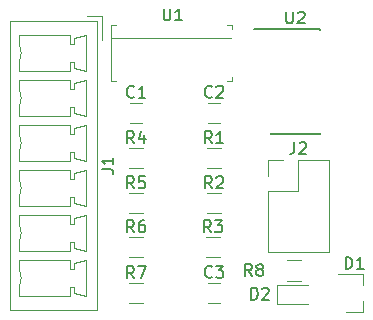
<source format=gbr>
G04 #@! TF.GenerationSoftware,KiCad,Pcbnew,(5.0.0)*
G04 #@! TF.CreationDate,2018-08-07T11:47:38-05:00*
G04 #@! TF.ProjectId,volvo240pcb,766F6C766F3234307063622E6B696361,rev?*
G04 #@! TF.SameCoordinates,Original*
G04 #@! TF.FileFunction,Legend,Top*
G04 #@! TF.FilePolarity,Positive*
%FSLAX46Y46*%
G04 Gerber Fmt 4.6, Leading zero omitted, Abs format (unit mm)*
G04 Created by KiCad (PCBNEW (5.0.0)) date 08/07/18 11:47:38*
%MOMM*%
%LPD*%
G01*
G04 APERTURE LIST*
%ADD10C,0.120000*%
%ADD11C,0.150000*%
%ADD12C,0.100000*%
G04 APERTURE END LIST*
D10*
G04 #@! TO.C,C1*
X96020000Y-74510000D02*
X97020000Y-74510000D01*
X97020000Y-72810000D02*
X96020000Y-72810000D01*
G04 #@! TO.C,C2*
X103615000Y-72810000D02*
X102615000Y-72810000D01*
X102615000Y-74510000D02*
X103615000Y-74510000D01*
G04 #@! TO.C,C3*
X102615000Y-89750000D02*
X103615000Y-89750000D01*
X103615000Y-88050000D02*
X102615000Y-88050000D01*
G04 #@! TO.C,D2*
X108450000Y-88200000D02*
X111050000Y-88200000D01*
X108450000Y-89800000D02*
X111050000Y-89800000D01*
X108450000Y-88200000D02*
X108450000Y-89800000D01*
G04 #@! TO.C,R2*
X103715000Y-82160000D02*
X102515000Y-82160000D01*
X102515000Y-80400000D02*
X103715000Y-80400000D01*
G04 #@! TO.C,R1*
X102515000Y-76590000D02*
X103715000Y-76590000D01*
X103715000Y-78350000D02*
X102515000Y-78350000D01*
G04 #@! TO.C,R3*
X103625000Y-85880000D02*
X102425000Y-85880000D01*
X102425000Y-84120000D02*
X103625000Y-84120000D01*
G04 #@! TO.C,R4*
X95920000Y-76590000D02*
X97120000Y-76590000D01*
X97120000Y-78350000D02*
X95920000Y-78350000D01*
G04 #@! TO.C,R5*
X97120000Y-82160000D02*
X95920000Y-82160000D01*
X95920000Y-80400000D02*
X97120000Y-80400000D01*
G04 #@! TO.C,R6*
X95920000Y-84120000D02*
X97120000Y-84120000D01*
X97120000Y-85880000D02*
X95920000Y-85880000D01*
G04 #@! TO.C,R7*
X97120000Y-89780000D02*
X95920000Y-89780000D01*
X95920000Y-88020000D02*
X97120000Y-88020000D01*
G04 #@! TO.C,R8*
X109275001Y-86120000D02*
X110475001Y-86120000D01*
X110475001Y-87880000D02*
X109275001Y-87880000D01*
G04 #@! TO.C,D1*
X115760000Y-90480000D02*
X115760000Y-89550000D01*
X115760000Y-87320000D02*
X115760000Y-88250000D01*
X115760000Y-87320000D02*
X113600000Y-87320000D01*
X115760000Y-90480000D02*
X114300000Y-90480000D01*
G04 #@! TO.C,J1*
X86650155Y-69329647D02*
G75*
G03X86650000Y-67830000I-1700155J749647D01*
G01*
X86650155Y-73139647D02*
G75*
G03X86650000Y-71640000I-1700155J749647D01*
G01*
X86650155Y-76949647D02*
G75*
G03X86650000Y-75450000I-1700155J749647D01*
G01*
X86650155Y-80759647D02*
G75*
G03X86650000Y-79260000I-1700155J749647D01*
G01*
X86650155Y-84569647D02*
G75*
G03X86650000Y-83070000I-1700155J749647D01*
G01*
X86650155Y-88379647D02*
G75*
G03X86650000Y-86880000I-1700155J749647D01*
G01*
X93230000Y-65900000D02*
X85820000Y-65900000D01*
X85820000Y-65900000D02*
X85820000Y-90310000D01*
X85820000Y-90310000D02*
X93230000Y-90310000D01*
X93230000Y-90310000D02*
X93230000Y-65900000D01*
X86650000Y-67830000D02*
X86650000Y-67080000D01*
X86650000Y-67080000D02*
X90950000Y-67080000D01*
X90950000Y-67080000D02*
X90950000Y-67830000D01*
X90950000Y-67830000D02*
X91300000Y-67830000D01*
X91300000Y-67830000D02*
X91300000Y-67330000D01*
X91300000Y-67330000D02*
X92300000Y-67080000D01*
X92300000Y-67080000D02*
X92300000Y-70080000D01*
X92300000Y-70080000D02*
X91300000Y-69830000D01*
X91300000Y-69830000D02*
X91300000Y-69330000D01*
X91300000Y-69330000D02*
X90950000Y-69330000D01*
X90950000Y-69330000D02*
X90950000Y-70080000D01*
X90950000Y-70080000D02*
X86650000Y-70080000D01*
X86650000Y-70080000D02*
X86650000Y-69330000D01*
X86650000Y-71640000D02*
X86650000Y-70890000D01*
X86650000Y-70890000D02*
X90950000Y-70890000D01*
X90950000Y-70890000D02*
X90950000Y-71640000D01*
X90950000Y-71640000D02*
X91300000Y-71640000D01*
X91300000Y-71640000D02*
X91300000Y-71140000D01*
X91300000Y-71140000D02*
X92300000Y-70890000D01*
X92300000Y-70890000D02*
X92300000Y-73890000D01*
X92300000Y-73890000D02*
X91300000Y-73640000D01*
X91300000Y-73640000D02*
X91300000Y-73140000D01*
X91300000Y-73140000D02*
X90950000Y-73140000D01*
X90950000Y-73140000D02*
X90950000Y-73890000D01*
X90950000Y-73890000D02*
X86650000Y-73890000D01*
X86650000Y-73890000D02*
X86650000Y-73140000D01*
X86650000Y-75450000D02*
X86650000Y-74700000D01*
X86650000Y-74700000D02*
X90950000Y-74700000D01*
X90950000Y-74700000D02*
X90950000Y-75450000D01*
X90950000Y-75450000D02*
X91300000Y-75450000D01*
X91300000Y-75450000D02*
X91300000Y-74950000D01*
X91300000Y-74950000D02*
X92300000Y-74700000D01*
X92300000Y-74700000D02*
X92300000Y-77700000D01*
X92300000Y-77700000D02*
X91300000Y-77450000D01*
X91300000Y-77450000D02*
X91300000Y-76950000D01*
X91300000Y-76950000D02*
X90950000Y-76950000D01*
X90950000Y-76950000D02*
X90950000Y-77700000D01*
X90950000Y-77700000D02*
X86650000Y-77700000D01*
X86650000Y-77700000D02*
X86650000Y-76950000D01*
X86650000Y-79260000D02*
X86650000Y-78510000D01*
X86650000Y-78510000D02*
X90950000Y-78510000D01*
X90950000Y-78510000D02*
X90950000Y-79260000D01*
X90950000Y-79260000D02*
X91300000Y-79260000D01*
X91300000Y-79260000D02*
X91300000Y-78760000D01*
X91300000Y-78760000D02*
X92300000Y-78510000D01*
X92300000Y-78510000D02*
X92300000Y-81510000D01*
X92300000Y-81510000D02*
X91300000Y-81260000D01*
X91300000Y-81260000D02*
X91300000Y-80760000D01*
X91300000Y-80760000D02*
X90950000Y-80760000D01*
X90950000Y-80760000D02*
X90950000Y-81510000D01*
X90950000Y-81510000D02*
X86650000Y-81510000D01*
X86650000Y-81510000D02*
X86650000Y-80760000D01*
X86650000Y-83070000D02*
X86650000Y-82320000D01*
X86650000Y-82320000D02*
X90950000Y-82320000D01*
X90950000Y-82320000D02*
X90950000Y-83070000D01*
X90950000Y-83070000D02*
X91300000Y-83070000D01*
X91300000Y-83070000D02*
X91300000Y-82570000D01*
X91300000Y-82570000D02*
X92300000Y-82320000D01*
X92300000Y-82320000D02*
X92300000Y-85320000D01*
X92300000Y-85320000D02*
X91300000Y-85070000D01*
X91300000Y-85070000D02*
X91300000Y-84570000D01*
X91300000Y-84570000D02*
X90950000Y-84570000D01*
X90950000Y-84570000D02*
X90950000Y-85320000D01*
X90950000Y-85320000D02*
X86650000Y-85320000D01*
X86650000Y-85320000D02*
X86650000Y-84570000D01*
X86650000Y-86880000D02*
X86650000Y-86130000D01*
X86650000Y-86130000D02*
X90950000Y-86130000D01*
X90950000Y-86130000D02*
X90950000Y-86880000D01*
X90950000Y-86880000D02*
X91300000Y-86880000D01*
X91300000Y-86880000D02*
X91300000Y-86380000D01*
X91300000Y-86380000D02*
X92300000Y-86130000D01*
X92300000Y-86130000D02*
X92300000Y-89130000D01*
X92300000Y-89130000D02*
X91300000Y-88880000D01*
X91300000Y-88880000D02*
X91300000Y-88380000D01*
X91300000Y-88380000D02*
X90950000Y-88380000D01*
X90950000Y-88380000D02*
X90950000Y-89130000D01*
X90950000Y-89130000D02*
X86650000Y-89130000D01*
X86650000Y-89130000D02*
X86650000Y-88380000D01*
X92400000Y-65480000D02*
X93650000Y-65480000D01*
X93650000Y-65480000D02*
X93650000Y-67480000D01*
D11*
G04 #@! TO.C,U2*
X107925000Y-66550000D02*
X107925000Y-66575000D01*
X112075000Y-66550000D02*
X112075000Y-66665000D01*
X112075000Y-75450000D02*
X112075000Y-75335000D01*
X107925000Y-75450000D02*
X107925000Y-75335000D01*
X107925000Y-66550000D02*
X112075000Y-66550000D01*
X107925000Y-75450000D02*
X112075000Y-75450000D01*
X107925000Y-66575000D02*
X106550000Y-66575000D01*
D10*
G04 #@! TO.C,J2*
X107670000Y-85410000D02*
X112870000Y-85410000D01*
X107670000Y-80270000D02*
X107670000Y-85410000D01*
X112870000Y-77670000D02*
X112870000Y-85410000D01*
X107670000Y-80270000D02*
X110270000Y-80270000D01*
X110270000Y-80270000D02*
X110270000Y-77670000D01*
X110270000Y-77670000D02*
X112870000Y-77670000D01*
X107670000Y-79000000D02*
X107670000Y-77670000D01*
X107670000Y-77670000D02*
X109000000Y-77670000D01*
D12*
G04 #@! TO.C,U1*
X94440000Y-67290000D02*
X104540000Y-67290000D01*
X104640000Y-70980000D02*
X104640000Y-70580000D01*
X104640000Y-70980000D02*
X104240000Y-70980000D01*
X94440000Y-70980000D02*
X94440000Y-66580000D01*
X94440000Y-70980000D02*
X94840000Y-70980000D01*
X94440000Y-66180000D02*
X94440000Y-66580000D01*
X94440000Y-66180000D02*
X94840000Y-66180000D01*
X104240000Y-66180000D02*
X104640000Y-66180000D01*
X104640000Y-66180000D02*
X104640000Y-66580000D01*
G04 #@! TO.C,C1*
D11*
X96353333Y-72267142D02*
X96305714Y-72314761D01*
X96162857Y-72362380D01*
X96067619Y-72362380D01*
X95924761Y-72314761D01*
X95829523Y-72219523D01*
X95781904Y-72124285D01*
X95734285Y-71933809D01*
X95734285Y-71790952D01*
X95781904Y-71600476D01*
X95829523Y-71505238D01*
X95924761Y-71410000D01*
X96067619Y-71362380D01*
X96162857Y-71362380D01*
X96305714Y-71410000D01*
X96353333Y-71457619D01*
X97305714Y-72362380D02*
X96734285Y-72362380D01*
X97020000Y-72362380D02*
X97020000Y-71362380D01*
X96924761Y-71505238D01*
X96829523Y-71600476D01*
X96734285Y-71648095D01*
G04 #@! TO.C,C2*
X102948333Y-72267142D02*
X102900714Y-72314761D01*
X102757857Y-72362380D01*
X102662619Y-72362380D01*
X102519761Y-72314761D01*
X102424523Y-72219523D01*
X102376904Y-72124285D01*
X102329285Y-71933809D01*
X102329285Y-71790952D01*
X102376904Y-71600476D01*
X102424523Y-71505238D01*
X102519761Y-71410000D01*
X102662619Y-71362380D01*
X102757857Y-71362380D01*
X102900714Y-71410000D01*
X102948333Y-71457619D01*
X103329285Y-71457619D02*
X103376904Y-71410000D01*
X103472142Y-71362380D01*
X103710238Y-71362380D01*
X103805476Y-71410000D01*
X103853095Y-71457619D01*
X103900714Y-71552857D01*
X103900714Y-71648095D01*
X103853095Y-71790952D01*
X103281666Y-72362380D01*
X103900714Y-72362380D01*
G04 #@! TO.C,C3*
X102948333Y-87507142D02*
X102900714Y-87554761D01*
X102757857Y-87602380D01*
X102662619Y-87602380D01*
X102519761Y-87554761D01*
X102424523Y-87459523D01*
X102376904Y-87364285D01*
X102329285Y-87173809D01*
X102329285Y-87030952D01*
X102376904Y-86840476D01*
X102424523Y-86745238D01*
X102519761Y-86650000D01*
X102662619Y-86602380D01*
X102757857Y-86602380D01*
X102900714Y-86650000D01*
X102948333Y-86697619D01*
X103281666Y-86602380D02*
X103900714Y-86602380D01*
X103567380Y-86983333D01*
X103710238Y-86983333D01*
X103805476Y-87030952D01*
X103853095Y-87078571D01*
X103900714Y-87173809D01*
X103900714Y-87411904D01*
X103853095Y-87507142D01*
X103805476Y-87554761D01*
X103710238Y-87602380D01*
X103424523Y-87602380D01*
X103329285Y-87554761D01*
X103281666Y-87507142D01*
G04 #@! TO.C,D2*
X106261904Y-89452380D02*
X106261904Y-88452380D01*
X106500000Y-88452380D01*
X106642857Y-88500000D01*
X106738095Y-88595238D01*
X106785714Y-88690476D01*
X106833333Y-88880952D01*
X106833333Y-89023809D01*
X106785714Y-89214285D01*
X106738095Y-89309523D01*
X106642857Y-89404761D01*
X106500000Y-89452380D01*
X106261904Y-89452380D01*
X107214285Y-88547619D02*
X107261904Y-88500000D01*
X107357142Y-88452380D01*
X107595238Y-88452380D01*
X107690476Y-88500000D01*
X107738095Y-88547619D01*
X107785714Y-88642857D01*
X107785714Y-88738095D01*
X107738095Y-88880952D01*
X107166666Y-89452380D01*
X107785714Y-89452380D01*
G04 #@! TO.C,R2*
X102948333Y-80032380D02*
X102615000Y-79556190D01*
X102376904Y-80032380D02*
X102376904Y-79032380D01*
X102757857Y-79032380D01*
X102853095Y-79080000D01*
X102900714Y-79127619D01*
X102948333Y-79222857D01*
X102948333Y-79365714D01*
X102900714Y-79460952D01*
X102853095Y-79508571D01*
X102757857Y-79556190D01*
X102376904Y-79556190D01*
X103329285Y-79127619D02*
X103376904Y-79080000D01*
X103472142Y-79032380D01*
X103710238Y-79032380D01*
X103805476Y-79080000D01*
X103853095Y-79127619D01*
X103900714Y-79222857D01*
X103900714Y-79318095D01*
X103853095Y-79460952D01*
X103281666Y-80032380D01*
X103900714Y-80032380D01*
G04 #@! TO.C,R1*
X102948333Y-76222380D02*
X102615000Y-75746190D01*
X102376904Y-76222380D02*
X102376904Y-75222380D01*
X102757857Y-75222380D01*
X102853095Y-75270000D01*
X102900714Y-75317619D01*
X102948333Y-75412857D01*
X102948333Y-75555714D01*
X102900714Y-75650952D01*
X102853095Y-75698571D01*
X102757857Y-75746190D01*
X102376904Y-75746190D01*
X103900714Y-76222380D02*
X103329285Y-76222380D01*
X103615000Y-76222380D02*
X103615000Y-75222380D01*
X103519761Y-75365238D01*
X103424523Y-75460476D01*
X103329285Y-75508095D01*
G04 #@! TO.C,R3*
X102858333Y-83752380D02*
X102525000Y-83276190D01*
X102286904Y-83752380D02*
X102286904Y-82752380D01*
X102667857Y-82752380D01*
X102763095Y-82800000D01*
X102810714Y-82847619D01*
X102858333Y-82942857D01*
X102858333Y-83085714D01*
X102810714Y-83180952D01*
X102763095Y-83228571D01*
X102667857Y-83276190D01*
X102286904Y-83276190D01*
X103191666Y-82752380D02*
X103810714Y-82752380D01*
X103477380Y-83133333D01*
X103620238Y-83133333D01*
X103715476Y-83180952D01*
X103763095Y-83228571D01*
X103810714Y-83323809D01*
X103810714Y-83561904D01*
X103763095Y-83657142D01*
X103715476Y-83704761D01*
X103620238Y-83752380D01*
X103334523Y-83752380D01*
X103239285Y-83704761D01*
X103191666Y-83657142D01*
G04 #@! TO.C,R4*
X96353333Y-76222380D02*
X96020000Y-75746190D01*
X95781904Y-76222380D02*
X95781904Y-75222380D01*
X96162857Y-75222380D01*
X96258095Y-75270000D01*
X96305714Y-75317619D01*
X96353333Y-75412857D01*
X96353333Y-75555714D01*
X96305714Y-75650952D01*
X96258095Y-75698571D01*
X96162857Y-75746190D01*
X95781904Y-75746190D01*
X97210476Y-75555714D02*
X97210476Y-76222380D01*
X96972380Y-75174761D02*
X96734285Y-75889047D01*
X97353333Y-75889047D01*
G04 #@! TO.C,R5*
X96353333Y-80032380D02*
X96020000Y-79556190D01*
X95781904Y-80032380D02*
X95781904Y-79032380D01*
X96162857Y-79032380D01*
X96258095Y-79080000D01*
X96305714Y-79127619D01*
X96353333Y-79222857D01*
X96353333Y-79365714D01*
X96305714Y-79460952D01*
X96258095Y-79508571D01*
X96162857Y-79556190D01*
X95781904Y-79556190D01*
X97258095Y-79032380D02*
X96781904Y-79032380D01*
X96734285Y-79508571D01*
X96781904Y-79460952D01*
X96877142Y-79413333D01*
X97115238Y-79413333D01*
X97210476Y-79460952D01*
X97258095Y-79508571D01*
X97305714Y-79603809D01*
X97305714Y-79841904D01*
X97258095Y-79937142D01*
X97210476Y-79984761D01*
X97115238Y-80032380D01*
X96877142Y-80032380D01*
X96781904Y-79984761D01*
X96734285Y-79937142D01*
G04 #@! TO.C,R6*
X96353333Y-83752380D02*
X96020000Y-83276190D01*
X95781904Y-83752380D02*
X95781904Y-82752380D01*
X96162857Y-82752380D01*
X96258095Y-82800000D01*
X96305714Y-82847619D01*
X96353333Y-82942857D01*
X96353333Y-83085714D01*
X96305714Y-83180952D01*
X96258095Y-83228571D01*
X96162857Y-83276190D01*
X95781904Y-83276190D01*
X97210476Y-82752380D02*
X97020000Y-82752380D01*
X96924761Y-82800000D01*
X96877142Y-82847619D01*
X96781904Y-82990476D01*
X96734285Y-83180952D01*
X96734285Y-83561904D01*
X96781904Y-83657142D01*
X96829523Y-83704761D01*
X96924761Y-83752380D01*
X97115238Y-83752380D01*
X97210476Y-83704761D01*
X97258095Y-83657142D01*
X97305714Y-83561904D01*
X97305714Y-83323809D01*
X97258095Y-83228571D01*
X97210476Y-83180952D01*
X97115238Y-83133333D01*
X96924761Y-83133333D01*
X96829523Y-83180952D01*
X96781904Y-83228571D01*
X96734285Y-83323809D01*
G04 #@! TO.C,R7*
X96353333Y-87652380D02*
X96020000Y-87176190D01*
X95781904Y-87652380D02*
X95781904Y-86652380D01*
X96162857Y-86652380D01*
X96258095Y-86700000D01*
X96305714Y-86747619D01*
X96353333Y-86842857D01*
X96353333Y-86985714D01*
X96305714Y-87080952D01*
X96258095Y-87128571D01*
X96162857Y-87176190D01*
X95781904Y-87176190D01*
X96686666Y-86652380D02*
X97353333Y-86652380D01*
X96924761Y-87652380D01*
G04 #@! TO.C,R8*
X106333333Y-87452380D02*
X106000000Y-86976190D01*
X105761904Y-87452380D02*
X105761904Y-86452380D01*
X106142857Y-86452380D01*
X106238095Y-86500000D01*
X106285714Y-86547619D01*
X106333333Y-86642857D01*
X106333333Y-86785714D01*
X106285714Y-86880952D01*
X106238095Y-86928571D01*
X106142857Y-86976190D01*
X105761904Y-86976190D01*
X106904761Y-86880952D02*
X106809523Y-86833333D01*
X106761904Y-86785714D01*
X106714285Y-86690476D01*
X106714285Y-86642857D01*
X106761904Y-86547619D01*
X106809523Y-86500000D01*
X106904761Y-86452380D01*
X107095238Y-86452380D01*
X107190476Y-86500000D01*
X107238095Y-86547619D01*
X107285714Y-86642857D01*
X107285714Y-86690476D01*
X107238095Y-86785714D01*
X107190476Y-86833333D01*
X107095238Y-86880952D01*
X106904761Y-86880952D01*
X106809523Y-86928571D01*
X106761904Y-86976190D01*
X106714285Y-87071428D01*
X106714285Y-87261904D01*
X106761904Y-87357142D01*
X106809523Y-87404761D01*
X106904761Y-87452380D01*
X107095238Y-87452380D01*
X107190476Y-87404761D01*
X107238095Y-87357142D01*
X107285714Y-87261904D01*
X107285714Y-87071428D01*
X107238095Y-86976190D01*
X107190476Y-86928571D01*
X107095238Y-86880952D01*
G04 #@! TO.C,D1*
X114261904Y-86852380D02*
X114261904Y-85852380D01*
X114500000Y-85852380D01*
X114642857Y-85900000D01*
X114738095Y-85995238D01*
X114785714Y-86090476D01*
X114833333Y-86280952D01*
X114833333Y-86423809D01*
X114785714Y-86614285D01*
X114738095Y-86709523D01*
X114642857Y-86804761D01*
X114500000Y-86852380D01*
X114261904Y-86852380D01*
X115785714Y-86852380D02*
X115214285Y-86852380D01*
X115500000Y-86852380D02*
X115500000Y-85852380D01*
X115404761Y-85995238D01*
X115309523Y-86090476D01*
X115214285Y-86138095D01*
G04 #@! TO.C,J1*
X93602380Y-78438333D02*
X94316666Y-78438333D01*
X94459523Y-78485952D01*
X94554761Y-78581190D01*
X94602380Y-78724047D01*
X94602380Y-78819285D01*
X94602380Y-77438333D02*
X94602380Y-78009761D01*
X94602380Y-77724047D02*
X93602380Y-77724047D01*
X93745238Y-77819285D01*
X93840476Y-77914523D01*
X93888095Y-78009761D01*
G04 #@! TO.C,U2*
X109238095Y-65077380D02*
X109238095Y-65886904D01*
X109285714Y-65982142D01*
X109333333Y-66029761D01*
X109428571Y-66077380D01*
X109619047Y-66077380D01*
X109714285Y-66029761D01*
X109761904Y-65982142D01*
X109809523Y-65886904D01*
X109809523Y-65077380D01*
X110238095Y-65172619D02*
X110285714Y-65125000D01*
X110380952Y-65077380D01*
X110619047Y-65077380D01*
X110714285Y-65125000D01*
X110761904Y-65172619D01*
X110809523Y-65267857D01*
X110809523Y-65363095D01*
X110761904Y-65505952D01*
X110190476Y-66077380D01*
X110809523Y-66077380D01*
G04 #@! TO.C,J2*
X109936666Y-76122380D02*
X109936666Y-76836666D01*
X109889047Y-76979523D01*
X109793809Y-77074761D01*
X109650952Y-77122380D01*
X109555714Y-77122380D01*
X110365238Y-76217619D02*
X110412857Y-76170000D01*
X110508095Y-76122380D01*
X110746190Y-76122380D01*
X110841428Y-76170000D01*
X110889047Y-76217619D01*
X110936666Y-76312857D01*
X110936666Y-76408095D01*
X110889047Y-76550952D01*
X110317619Y-77122380D01*
X110936666Y-77122380D01*
G04 #@! TO.C,U1*
X98858095Y-64812380D02*
X98858095Y-65621904D01*
X98905714Y-65717142D01*
X98953333Y-65764761D01*
X99048571Y-65812380D01*
X99239047Y-65812380D01*
X99334285Y-65764761D01*
X99381904Y-65717142D01*
X99429523Y-65621904D01*
X99429523Y-64812380D01*
X100429523Y-65812380D02*
X99858095Y-65812380D01*
X100143809Y-65812380D02*
X100143809Y-64812380D01*
X100048571Y-64955238D01*
X99953333Y-65050476D01*
X99858095Y-65098095D01*
G04 #@! TD*
M02*

</source>
